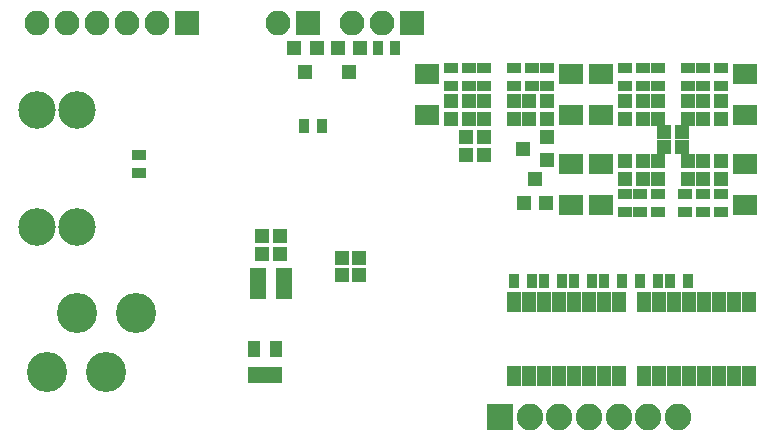
<source format=gbr>
G04 #@! TF.FileFunction,Soldermask,Bot*
%FSLAX46Y46*%
G04 Gerber Fmt 4.6, Leading zero omitted, Abs format (unit mm)*
G04 Created by KiCad (PCBNEW 4.0.7) date 05/04/18 22:28:11*
%MOMM*%
%LPD*%
G01*
G04 APERTURE LIST*
%ADD10C,0.100000*%
%ADD11R,1.150000X1.200000*%
%ADD12R,1.200000X1.150000*%
%ADD13R,2.100000X1.700000*%
%ADD14R,1.200000X1.300000*%
%ADD15C,3.180000*%
%ADD16R,2.250000X2.250000*%
%ADD17C,2.250000*%
%ADD18C,3.400000*%
%ADD19R,2.100000X2.100000*%
%ADD20O,2.100000X2.100000*%
%ADD21R,1.300000X1.200000*%
%ADD22R,0.900000X1.300000*%
%ADD23R,1.300000X0.900000*%
%ADD24R,1.200000X1.700000*%
%ADD25R,1.460000X0.800000*%
%ADD26R,1.050000X1.460000*%
G04 APERTURE END LIST*
D10*
D11*
X99314000Y-47510000D03*
X99314000Y-49010000D03*
X100584000Y-49010000D03*
X100584000Y-47510000D03*
X96774000Y-47510000D03*
X96774000Y-49010000D03*
X95504000Y-49010000D03*
X95504000Y-47510000D03*
X96774000Y-54090000D03*
X96774000Y-52590000D03*
X95504000Y-52590000D03*
X95504000Y-54090000D03*
X99314000Y-54090000D03*
X99314000Y-52590000D03*
X100584000Y-52590000D03*
X100584000Y-54090000D03*
X84582000Y-47510000D03*
X84582000Y-49010000D03*
X85852000Y-49010000D03*
X85852000Y-47510000D03*
X82042000Y-47510000D03*
X82042000Y-49010000D03*
X80772000Y-49010000D03*
X80772000Y-47510000D03*
D12*
X98794000Y-51435000D03*
X97294000Y-51435000D03*
X82030000Y-52070000D03*
X80530000Y-52070000D03*
X97294000Y-50165000D03*
X98794000Y-50165000D03*
X80530000Y-50546000D03*
X82030000Y-50546000D03*
D11*
X102108000Y-49010000D03*
X102108000Y-47510000D03*
X93980000Y-49010000D03*
X93980000Y-47510000D03*
X93980000Y-52590000D03*
X93980000Y-54090000D03*
X102108000Y-52590000D03*
X102108000Y-54090000D03*
X87376000Y-49010000D03*
X87376000Y-47510000D03*
X79248000Y-49010000D03*
X79248000Y-47510000D03*
D12*
X71489000Y-62230000D03*
X69989000Y-62230000D03*
X71489000Y-60833000D03*
X69989000Y-60833000D03*
X64758000Y-60452000D03*
X63258000Y-60452000D03*
X63258000Y-58928000D03*
X64758000Y-58928000D03*
D13*
X89408000Y-56360000D03*
X89408000Y-52860000D03*
X104140000Y-45240000D03*
X104140000Y-48740000D03*
X91948000Y-45240000D03*
X91948000Y-48740000D03*
X91948000Y-56360000D03*
X91948000Y-52860000D03*
X104140000Y-56360000D03*
X104140000Y-52860000D03*
X89408000Y-45240000D03*
X89408000Y-48740000D03*
X77216000Y-45240000D03*
X77216000Y-48740000D03*
D14*
X69662000Y-43069000D03*
X71562000Y-43069000D03*
X70612000Y-45069000D03*
X65979000Y-43069000D03*
X67879000Y-43069000D03*
X66929000Y-45069000D03*
D15*
X47625000Y-48260000D03*
X44225000Y-48260000D03*
X47625000Y-58180000D03*
X44225000Y-58180000D03*
D16*
X83439000Y-74295000D03*
D17*
X85939000Y-74295000D03*
X88439000Y-74295000D03*
X90939000Y-74295000D03*
X93439000Y-74295000D03*
X95939000Y-74295000D03*
X98439000Y-74295000D03*
D18*
X52584360Y-65483740D03*
X50085000Y-70485000D03*
X45085000Y-70485000D03*
X47584360Y-65483740D03*
D19*
X67183000Y-40894000D03*
D20*
X64643000Y-40894000D03*
D19*
X56896000Y-40894000D03*
D20*
X54356000Y-40894000D03*
X51816000Y-40894000D03*
X49276000Y-40894000D03*
X46736000Y-40894000D03*
X44196000Y-40894000D03*
D19*
X75946000Y-40894000D03*
D20*
X73406000Y-40894000D03*
X70866000Y-40894000D03*
D14*
X87310000Y-56118000D03*
X85410000Y-56118000D03*
X86360000Y-54118000D03*
D21*
X87360000Y-50612000D03*
X87360000Y-52512000D03*
X85360000Y-51562000D03*
D22*
X84594000Y-62738000D03*
X86094000Y-62738000D03*
X87134000Y-62738000D03*
X88634000Y-62738000D03*
X89674000Y-62738000D03*
X91174000Y-62738000D03*
X92214000Y-62738000D03*
X93714000Y-62738000D03*
X95262000Y-62738000D03*
X96762000Y-62738000D03*
X97802000Y-62738000D03*
X99302000Y-62738000D03*
D23*
X99314000Y-44716000D03*
X99314000Y-46216000D03*
X96774000Y-44716000D03*
X96774000Y-46216000D03*
X96774000Y-56884000D03*
X96774000Y-55384000D03*
X99060000Y-56884000D03*
X99060000Y-55384000D03*
X84582000Y-44716000D03*
X84582000Y-46216000D03*
X82042000Y-44716000D03*
X82042000Y-46216000D03*
X100584000Y-44716000D03*
X100584000Y-46216000D03*
X95504000Y-44716000D03*
X95504000Y-46216000D03*
X95250000Y-56884000D03*
X95250000Y-55384000D03*
X100584000Y-56884000D03*
X100584000Y-55384000D03*
X86106000Y-44716000D03*
X86106000Y-46216000D03*
X80772000Y-44716000D03*
X80772000Y-46216000D03*
X102108000Y-46216000D03*
X102108000Y-44716000D03*
X93980000Y-46216000D03*
X93980000Y-44716000D03*
X93980000Y-55384000D03*
X93980000Y-56884000D03*
X102108000Y-55384000D03*
X102108000Y-56884000D03*
X87376000Y-46216000D03*
X87376000Y-44716000D03*
X79248000Y-46216000D03*
X79248000Y-44716000D03*
D22*
X66814000Y-49657000D03*
X68314000Y-49657000D03*
D23*
X52832000Y-53582000D03*
X52832000Y-52082000D03*
D22*
X74537000Y-43053000D03*
X73037000Y-43053000D03*
D24*
X84577000Y-64541000D03*
X85857000Y-64541000D03*
X87117000Y-64541000D03*
X88387000Y-64541000D03*
X89667000Y-64541000D03*
X90937000Y-64541000D03*
X92197000Y-64541000D03*
X93477000Y-64541000D03*
X93477000Y-70841000D03*
X92197000Y-70841000D03*
X90937000Y-70841000D03*
X89667000Y-70841000D03*
X88387000Y-70841000D03*
X87117000Y-70841000D03*
X85857000Y-70841000D03*
X84577000Y-70841000D03*
X95626000Y-64541000D03*
X96906000Y-64541000D03*
X98166000Y-64541000D03*
X99436000Y-64541000D03*
X100716000Y-64541000D03*
X101986000Y-64541000D03*
X103246000Y-64541000D03*
X104526000Y-64541000D03*
X104526000Y-70841000D03*
X103246000Y-70841000D03*
X101986000Y-70841000D03*
X100716000Y-70841000D03*
X99436000Y-70841000D03*
X98166000Y-70841000D03*
X96906000Y-70841000D03*
X95626000Y-70841000D03*
D25*
X62908000Y-63972000D03*
X62908000Y-63322000D03*
X62908000Y-62662000D03*
X62908000Y-62012000D03*
X65108000Y-62012000D03*
X65108000Y-62662000D03*
X65108000Y-63322000D03*
X65108000Y-63972000D03*
D26*
X64450000Y-70696000D03*
X63500000Y-70696000D03*
X62550000Y-70696000D03*
X62550000Y-68496000D03*
X64450000Y-68496000D03*
M02*

</source>
